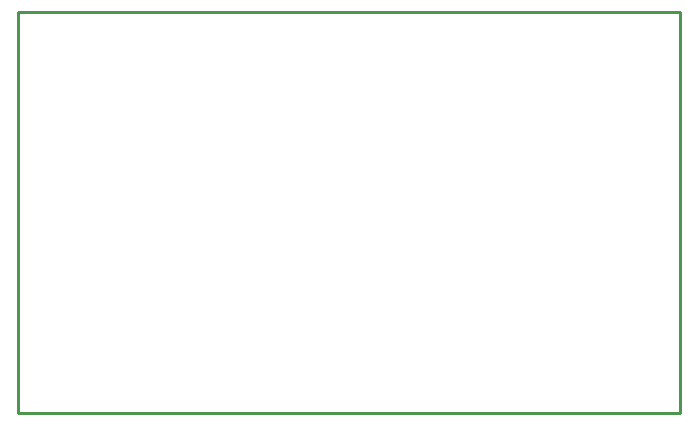
<source format=gm1>
G04 Layer_Color=16711935*
%FSAX44Y44*%
%MOMM*%
G71*
G01*
G75*
%ADD32C,0.2540*%
D32*
X00507750Y00751750D02*
X01067750D01*
Y01091754D01*
X00507750D01*
Y00751904D01*
M02*

</source>
